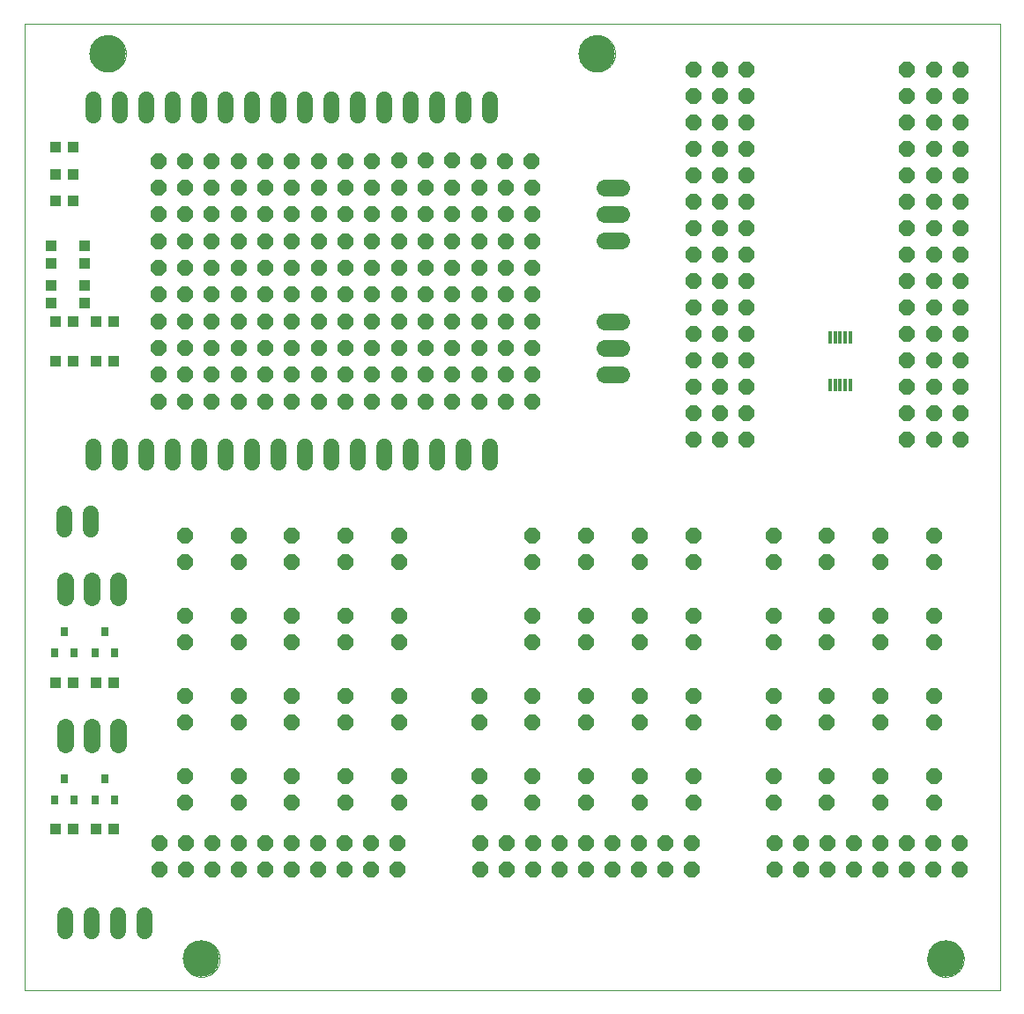
<source format=gbs>
G75*
%MOIN*%
%OFA0B0*%
%FSLAX25Y25*%
%IPPOS*%
%LPD*%
%AMOC8*
5,1,8,0,0,1.08239X$1,22.5*
%
%ADD10C,0.00000*%
%ADD11C,0.13780*%
%ADD12OC8,0.06000*%
%ADD13C,0.06000*%
%ADD14C,0.06496*%
%ADD15R,0.03937X0.04331*%
%ADD16R,0.04331X0.03937*%
%ADD17R,0.03150X0.03543*%
%ADD18R,0.01181X0.04724*%
D10*
X0001347Y0001000D02*
X0001347Y0366551D01*
X0370402Y0366551D01*
X0370402Y0001000D01*
X0001347Y0001000D01*
X0061386Y0012811D02*
X0061388Y0012980D01*
X0061394Y0013149D01*
X0061405Y0013318D01*
X0061419Y0013486D01*
X0061438Y0013654D01*
X0061461Y0013822D01*
X0061487Y0013989D01*
X0061518Y0014155D01*
X0061553Y0014321D01*
X0061592Y0014485D01*
X0061636Y0014649D01*
X0061683Y0014811D01*
X0061734Y0014972D01*
X0061789Y0015132D01*
X0061848Y0015291D01*
X0061910Y0015448D01*
X0061977Y0015603D01*
X0062048Y0015757D01*
X0062122Y0015909D01*
X0062200Y0016059D01*
X0062281Y0016207D01*
X0062366Y0016353D01*
X0062455Y0016497D01*
X0062547Y0016639D01*
X0062643Y0016778D01*
X0062742Y0016915D01*
X0062844Y0017050D01*
X0062950Y0017182D01*
X0063059Y0017311D01*
X0063171Y0017438D01*
X0063286Y0017562D01*
X0063404Y0017683D01*
X0063525Y0017801D01*
X0063649Y0017916D01*
X0063776Y0018028D01*
X0063905Y0018137D01*
X0064037Y0018243D01*
X0064172Y0018345D01*
X0064309Y0018444D01*
X0064448Y0018540D01*
X0064590Y0018632D01*
X0064734Y0018721D01*
X0064880Y0018806D01*
X0065028Y0018887D01*
X0065178Y0018965D01*
X0065330Y0019039D01*
X0065484Y0019110D01*
X0065639Y0019177D01*
X0065796Y0019239D01*
X0065955Y0019298D01*
X0066115Y0019353D01*
X0066276Y0019404D01*
X0066438Y0019451D01*
X0066602Y0019495D01*
X0066766Y0019534D01*
X0066932Y0019569D01*
X0067098Y0019600D01*
X0067265Y0019626D01*
X0067433Y0019649D01*
X0067601Y0019668D01*
X0067769Y0019682D01*
X0067938Y0019693D01*
X0068107Y0019699D01*
X0068276Y0019701D01*
X0068445Y0019699D01*
X0068614Y0019693D01*
X0068783Y0019682D01*
X0068951Y0019668D01*
X0069119Y0019649D01*
X0069287Y0019626D01*
X0069454Y0019600D01*
X0069620Y0019569D01*
X0069786Y0019534D01*
X0069950Y0019495D01*
X0070114Y0019451D01*
X0070276Y0019404D01*
X0070437Y0019353D01*
X0070597Y0019298D01*
X0070756Y0019239D01*
X0070913Y0019177D01*
X0071068Y0019110D01*
X0071222Y0019039D01*
X0071374Y0018965D01*
X0071524Y0018887D01*
X0071672Y0018806D01*
X0071818Y0018721D01*
X0071962Y0018632D01*
X0072104Y0018540D01*
X0072243Y0018444D01*
X0072380Y0018345D01*
X0072515Y0018243D01*
X0072647Y0018137D01*
X0072776Y0018028D01*
X0072903Y0017916D01*
X0073027Y0017801D01*
X0073148Y0017683D01*
X0073266Y0017562D01*
X0073381Y0017438D01*
X0073493Y0017311D01*
X0073602Y0017182D01*
X0073708Y0017050D01*
X0073810Y0016915D01*
X0073909Y0016778D01*
X0074005Y0016639D01*
X0074097Y0016497D01*
X0074186Y0016353D01*
X0074271Y0016207D01*
X0074352Y0016059D01*
X0074430Y0015909D01*
X0074504Y0015757D01*
X0074575Y0015603D01*
X0074642Y0015448D01*
X0074704Y0015291D01*
X0074763Y0015132D01*
X0074818Y0014972D01*
X0074869Y0014811D01*
X0074916Y0014649D01*
X0074960Y0014485D01*
X0074999Y0014321D01*
X0075034Y0014155D01*
X0075065Y0013989D01*
X0075091Y0013822D01*
X0075114Y0013654D01*
X0075133Y0013486D01*
X0075147Y0013318D01*
X0075158Y0013149D01*
X0075164Y0012980D01*
X0075166Y0012811D01*
X0075164Y0012642D01*
X0075158Y0012473D01*
X0075147Y0012304D01*
X0075133Y0012136D01*
X0075114Y0011968D01*
X0075091Y0011800D01*
X0075065Y0011633D01*
X0075034Y0011467D01*
X0074999Y0011301D01*
X0074960Y0011137D01*
X0074916Y0010973D01*
X0074869Y0010811D01*
X0074818Y0010650D01*
X0074763Y0010490D01*
X0074704Y0010331D01*
X0074642Y0010174D01*
X0074575Y0010019D01*
X0074504Y0009865D01*
X0074430Y0009713D01*
X0074352Y0009563D01*
X0074271Y0009415D01*
X0074186Y0009269D01*
X0074097Y0009125D01*
X0074005Y0008983D01*
X0073909Y0008844D01*
X0073810Y0008707D01*
X0073708Y0008572D01*
X0073602Y0008440D01*
X0073493Y0008311D01*
X0073381Y0008184D01*
X0073266Y0008060D01*
X0073148Y0007939D01*
X0073027Y0007821D01*
X0072903Y0007706D01*
X0072776Y0007594D01*
X0072647Y0007485D01*
X0072515Y0007379D01*
X0072380Y0007277D01*
X0072243Y0007178D01*
X0072104Y0007082D01*
X0071962Y0006990D01*
X0071818Y0006901D01*
X0071672Y0006816D01*
X0071524Y0006735D01*
X0071374Y0006657D01*
X0071222Y0006583D01*
X0071068Y0006512D01*
X0070913Y0006445D01*
X0070756Y0006383D01*
X0070597Y0006324D01*
X0070437Y0006269D01*
X0070276Y0006218D01*
X0070114Y0006171D01*
X0069950Y0006127D01*
X0069786Y0006088D01*
X0069620Y0006053D01*
X0069454Y0006022D01*
X0069287Y0005996D01*
X0069119Y0005973D01*
X0068951Y0005954D01*
X0068783Y0005940D01*
X0068614Y0005929D01*
X0068445Y0005923D01*
X0068276Y0005921D01*
X0068107Y0005923D01*
X0067938Y0005929D01*
X0067769Y0005940D01*
X0067601Y0005954D01*
X0067433Y0005973D01*
X0067265Y0005996D01*
X0067098Y0006022D01*
X0066932Y0006053D01*
X0066766Y0006088D01*
X0066602Y0006127D01*
X0066438Y0006171D01*
X0066276Y0006218D01*
X0066115Y0006269D01*
X0065955Y0006324D01*
X0065796Y0006383D01*
X0065639Y0006445D01*
X0065484Y0006512D01*
X0065330Y0006583D01*
X0065178Y0006657D01*
X0065028Y0006735D01*
X0064880Y0006816D01*
X0064734Y0006901D01*
X0064590Y0006990D01*
X0064448Y0007082D01*
X0064309Y0007178D01*
X0064172Y0007277D01*
X0064037Y0007379D01*
X0063905Y0007485D01*
X0063776Y0007594D01*
X0063649Y0007706D01*
X0063525Y0007821D01*
X0063404Y0007939D01*
X0063286Y0008060D01*
X0063171Y0008184D01*
X0063059Y0008311D01*
X0062950Y0008440D01*
X0062844Y0008572D01*
X0062742Y0008707D01*
X0062643Y0008844D01*
X0062547Y0008983D01*
X0062455Y0009125D01*
X0062366Y0009269D01*
X0062281Y0009415D01*
X0062200Y0009563D01*
X0062122Y0009713D01*
X0062048Y0009865D01*
X0061977Y0010019D01*
X0061910Y0010174D01*
X0061848Y0010331D01*
X0061789Y0010490D01*
X0061734Y0010650D01*
X0061683Y0010811D01*
X0061636Y0010973D01*
X0061592Y0011137D01*
X0061553Y0011301D01*
X0061518Y0011467D01*
X0061487Y0011633D01*
X0061461Y0011800D01*
X0061438Y0011968D01*
X0061419Y0012136D01*
X0061405Y0012304D01*
X0061394Y0012473D01*
X0061388Y0012642D01*
X0061386Y0012811D01*
X0342882Y0012811D02*
X0342884Y0012980D01*
X0342890Y0013149D01*
X0342901Y0013318D01*
X0342915Y0013486D01*
X0342934Y0013654D01*
X0342957Y0013822D01*
X0342983Y0013989D01*
X0343014Y0014155D01*
X0343049Y0014321D01*
X0343088Y0014485D01*
X0343132Y0014649D01*
X0343179Y0014811D01*
X0343230Y0014972D01*
X0343285Y0015132D01*
X0343344Y0015291D01*
X0343406Y0015448D01*
X0343473Y0015603D01*
X0343544Y0015757D01*
X0343618Y0015909D01*
X0343696Y0016059D01*
X0343777Y0016207D01*
X0343862Y0016353D01*
X0343951Y0016497D01*
X0344043Y0016639D01*
X0344139Y0016778D01*
X0344238Y0016915D01*
X0344340Y0017050D01*
X0344446Y0017182D01*
X0344555Y0017311D01*
X0344667Y0017438D01*
X0344782Y0017562D01*
X0344900Y0017683D01*
X0345021Y0017801D01*
X0345145Y0017916D01*
X0345272Y0018028D01*
X0345401Y0018137D01*
X0345533Y0018243D01*
X0345668Y0018345D01*
X0345805Y0018444D01*
X0345944Y0018540D01*
X0346086Y0018632D01*
X0346230Y0018721D01*
X0346376Y0018806D01*
X0346524Y0018887D01*
X0346674Y0018965D01*
X0346826Y0019039D01*
X0346980Y0019110D01*
X0347135Y0019177D01*
X0347292Y0019239D01*
X0347451Y0019298D01*
X0347611Y0019353D01*
X0347772Y0019404D01*
X0347934Y0019451D01*
X0348098Y0019495D01*
X0348262Y0019534D01*
X0348428Y0019569D01*
X0348594Y0019600D01*
X0348761Y0019626D01*
X0348929Y0019649D01*
X0349097Y0019668D01*
X0349265Y0019682D01*
X0349434Y0019693D01*
X0349603Y0019699D01*
X0349772Y0019701D01*
X0349941Y0019699D01*
X0350110Y0019693D01*
X0350279Y0019682D01*
X0350447Y0019668D01*
X0350615Y0019649D01*
X0350783Y0019626D01*
X0350950Y0019600D01*
X0351116Y0019569D01*
X0351282Y0019534D01*
X0351446Y0019495D01*
X0351610Y0019451D01*
X0351772Y0019404D01*
X0351933Y0019353D01*
X0352093Y0019298D01*
X0352252Y0019239D01*
X0352409Y0019177D01*
X0352564Y0019110D01*
X0352718Y0019039D01*
X0352870Y0018965D01*
X0353020Y0018887D01*
X0353168Y0018806D01*
X0353314Y0018721D01*
X0353458Y0018632D01*
X0353600Y0018540D01*
X0353739Y0018444D01*
X0353876Y0018345D01*
X0354011Y0018243D01*
X0354143Y0018137D01*
X0354272Y0018028D01*
X0354399Y0017916D01*
X0354523Y0017801D01*
X0354644Y0017683D01*
X0354762Y0017562D01*
X0354877Y0017438D01*
X0354989Y0017311D01*
X0355098Y0017182D01*
X0355204Y0017050D01*
X0355306Y0016915D01*
X0355405Y0016778D01*
X0355501Y0016639D01*
X0355593Y0016497D01*
X0355682Y0016353D01*
X0355767Y0016207D01*
X0355848Y0016059D01*
X0355926Y0015909D01*
X0356000Y0015757D01*
X0356071Y0015603D01*
X0356138Y0015448D01*
X0356200Y0015291D01*
X0356259Y0015132D01*
X0356314Y0014972D01*
X0356365Y0014811D01*
X0356412Y0014649D01*
X0356456Y0014485D01*
X0356495Y0014321D01*
X0356530Y0014155D01*
X0356561Y0013989D01*
X0356587Y0013822D01*
X0356610Y0013654D01*
X0356629Y0013486D01*
X0356643Y0013318D01*
X0356654Y0013149D01*
X0356660Y0012980D01*
X0356662Y0012811D01*
X0356660Y0012642D01*
X0356654Y0012473D01*
X0356643Y0012304D01*
X0356629Y0012136D01*
X0356610Y0011968D01*
X0356587Y0011800D01*
X0356561Y0011633D01*
X0356530Y0011467D01*
X0356495Y0011301D01*
X0356456Y0011137D01*
X0356412Y0010973D01*
X0356365Y0010811D01*
X0356314Y0010650D01*
X0356259Y0010490D01*
X0356200Y0010331D01*
X0356138Y0010174D01*
X0356071Y0010019D01*
X0356000Y0009865D01*
X0355926Y0009713D01*
X0355848Y0009563D01*
X0355767Y0009415D01*
X0355682Y0009269D01*
X0355593Y0009125D01*
X0355501Y0008983D01*
X0355405Y0008844D01*
X0355306Y0008707D01*
X0355204Y0008572D01*
X0355098Y0008440D01*
X0354989Y0008311D01*
X0354877Y0008184D01*
X0354762Y0008060D01*
X0354644Y0007939D01*
X0354523Y0007821D01*
X0354399Y0007706D01*
X0354272Y0007594D01*
X0354143Y0007485D01*
X0354011Y0007379D01*
X0353876Y0007277D01*
X0353739Y0007178D01*
X0353600Y0007082D01*
X0353458Y0006990D01*
X0353314Y0006901D01*
X0353168Y0006816D01*
X0353020Y0006735D01*
X0352870Y0006657D01*
X0352718Y0006583D01*
X0352564Y0006512D01*
X0352409Y0006445D01*
X0352252Y0006383D01*
X0352093Y0006324D01*
X0351933Y0006269D01*
X0351772Y0006218D01*
X0351610Y0006171D01*
X0351446Y0006127D01*
X0351282Y0006088D01*
X0351116Y0006053D01*
X0350950Y0006022D01*
X0350783Y0005996D01*
X0350615Y0005973D01*
X0350447Y0005954D01*
X0350279Y0005940D01*
X0350110Y0005929D01*
X0349941Y0005923D01*
X0349772Y0005921D01*
X0349603Y0005923D01*
X0349434Y0005929D01*
X0349265Y0005940D01*
X0349097Y0005954D01*
X0348929Y0005973D01*
X0348761Y0005996D01*
X0348594Y0006022D01*
X0348428Y0006053D01*
X0348262Y0006088D01*
X0348098Y0006127D01*
X0347934Y0006171D01*
X0347772Y0006218D01*
X0347611Y0006269D01*
X0347451Y0006324D01*
X0347292Y0006383D01*
X0347135Y0006445D01*
X0346980Y0006512D01*
X0346826Y0006583D01*
X0346674Y0006657D01*
X0346524Y0006735D01*
X0346376Y0006816D01*
X0346230Y0006901D01*
X0346086Y0006990D01*
X0345944Y0007082D01*
X0345805Y0007178D01*
X0345668Y0007277D01*
X0345533Y0007379D01*
X0345401Y0007485D01*
X0345272Y0007594D01*
X0345145Y0007706D01*
X0345021Y0007821D01*
X0344900Y0007939D01*
X0344782Y0008060D01*
X0344667Y0008184D01*
X0344555Y0008311D01*
X0344446Y0008440D01*
X0344340Y0008572D01*
X0344238Y0008707D01*
X0344139Y0008844D01*
X0344043Y0008983D01*
X0343951Y0009125D01*
X0343862Y0009269D01*
X0343777Y0009415D01*
X0343696Y0009563D01*
X0343618Y0009713D01*
X0343544Y0009865D01*
X0343473Y0010019D01*
X0343406Y0010174D01*
X0343344Y0010331D01*
X0343285Y0010490D01*
X0343230Y0010650D01*
X0343179Y0010811D01*
X0343132Y0010973D01*
X0343088Y0011137D01*
X0343049Y0011301D01*
X0343014Y0011467D01*
X0342983Y0011633D01*
X0342957Y0011800D01*
X0342934Y0011968D01*
X0342915Y0012136D01*
X0342901Y0012304D01*
X0342890Y0012473D01*
X0342884Y0012642D01*
X0342882Y0012811D01*
X0210993Y0355331D02*
X0210995Y0355500D01*
X0211001Y0355669D01*
X0211012Y0355838D01*
X0211026Y0356006D01*
X0211045Y0356174D01*
X0211068Y0356342D01*
X0211094Y0356509D01*
X0211125Y0356675D01*
X0211160Y0356841D01*
X0211199Y0357005D01*
X0211243Y0357169D01*
X0211290Y0357331D01*
X0211341Y0357492D01*
X0211396Y0357652D01*
X0211455Y0357811D01*
X0211517Y0357968D01*
X0211584Y0358123D01*
X0211655Y0358277D01*
X0211729Y0358429D01*
X0211807Y0358579D01*
X0211888Y0358727D01*
X0211973Y0358873D01*
X0212062Y0359017D01*
X0212154Y0359159D01*
X0212250Y0359298D01*
X0212349Y0359435D01*
X0212451Y0359570D01*
X0212557Y0359702D01*
X0212666Y0359831D01*
X0212778Y0359958D01*
X0212893Y0360082D01*
X0213011Y0360203D01*
X0213132Y0360321D01*
X0213256Y0360436D01*
X0213383Y0360548D01*
X0213512Y0360657D01*
X0213644Y0360763D01*
X0213779Y0360865D01*
X0213916Y0360964D01*
X0214055Y0361060D01*
X0214197Y0361152D01*
X0214341Y0361241D01*
X0214487Y0361326D01*
X0214635Y0361407D01*
X0214785Y0361485D01*
X0214937Y0361559D01*
X0215091Y0361630D01*
X0215246Y0361697D01*
X0215403Y0361759D01*
X0215562Y0361818D01*
X0215722Y0361873D01*
X0215883Y0361924D01*
X0216045Y0361971D01*
X0216209Y0362015D01*
X0216373Y0362054D01*
X0216539Y0362089D01*
X0216705Y0362120D01*
X0216872Y0362146D01*
X0217040Y0362169D01*
X0217208Y0362188D01*
X0217376Y0362202D01*
X0217545Y0362213D01*
X0217714Y0362219D01*
X0217883Y0362221D01*
X0218052Y0362219D01*
X0218221Y0362213D01*
X0218390Y0362202D01*
X0218558Y0362188D01*
X0218726Y0362169D01*
X0218894Y0362146D01*
X0219061Y0362120D01*
X0219227Y0362089D01*
X0219393Y0362054D01*
X0219557Y0362015D01*
X0219721Y0361971D01*
X0219883Y0361924D01*
X0220044Y0361873D01*
X0220204Y0361818D01*
X0220363Y0361759D01*
X0220520Y0361697D01*
X0220675Y0361630D01*
X0220829Y0361559D01*
X0220981Y0361485D01*
X0221131Y0361407D01*
X0221279Y0361326D01*
X0221425Y0361241D01*
X0221569Y0361152D01*
X0221711Y0361060D01*
X0221850Y0360964D01*
X0221987Y0360865D01*
X0222122Y0360763D01*
X0222254Y0360657D01*
X0222383Y0360548D01*
X0222510Y0360436D01*
X0222634Y0360321D01*
X0222755Y0360203D01*
X0222873Y0360082D01*
X0222988Y0359958D01*
X0223100Y0359831D01*
X0223209Y0359702D01*
X0223315Y0359570D01*
X0223417Y0359435D01*
X0223516Y0359298D01*
X0223612Y0359159D01*
X0223704Y0359017D01*
X0223793Y0358873D01*
X0223878Y0358727D01*
X0223959Y0358579D01*
X0224037Y0358429D01*
X0224111Y0358277D01*
X0224182Y0358123D01*
X0224249Y0357968D01*
X0224311Y0357811D01*
X0224370Y0357652D01*
X0224425Y0357492D01*
X0224476Y0357331D01*
X0224523Y0357169D01*
X0224567Y0357005D01*
X0224606Y0356841D01*
X0224641Y0356675D01*
X0224672Y0356509D01*
X0224698Y0356342D01*
X0224721Y0356174D01*
X0224740Y0356006D01*
X0224754Y0355838D01*
X0224765Y0355669D01*
X0224771Y0355500D01*
X0224773Y0355331D01*
X0224771Y0355162D01*
X0224765Y0354993D01*
X0224754Y0354824D01*
X0224740Y0354656D01*
X0224721Y0354488D01*
X0224698Y0354320D01*
X0224672Y0354153D01*
X0224641Y0353987D01*
X0224606Y0353821D01*
X0224567Y0353657D01*
X0224523Y0353493D01*
X0224476Y0353331D01*
X0224425Y0353170D01*
X0224370Y0353010D01*
X0224311Y0352851D01*
X0224249Y0352694D01*
X0224182Y0352539D01*
X0224111Y0352385D01*
X0224037Y0352233D01*
X0223959Y0352083D01*
X0223878Y0351935D01*
X0223793Y0351789D01*
X0223704Y0351645D01*
X0223612Y0351503D01*
X0223516Y0351364D01*
X0223417Y0351227D01*
X0223315Y0351092D01*
X0223209Y0350960D01*
X0223100Y0350831D01*
X0222988Y0350704D01*
X0222873Y0350580D01*
X0222755Y0350459D01*
X0222634Y0350341D01*
X0222510Y0350226D01*
X0222383Y0350114D01*
X0222254Y0350005D01*
X0222122Y0349899D01*
X0221987Y0349797D01*
X0221850Y0349698D01*
X0221711Y0349602D01*
X0221569Y0349510D01*
X0221425Y0349421D01*
X0221279Y0349336D01*
X0221131Y0349255D01*
X0220981Y0349177D01*
X0220829Y0349103D01*
X0220675Y0349032D01*
X0220520Y0348965D01*
X0220363Y0348903D01*
X0220204Y0348844D01*
X0220044Y0348789D01*
X0219883Y0348738D01*
X0219721Y0348691D01*
X0219557Y0348647D01*
X0219393Y0348608D01*
X0219227Y0348573D01*
X0219061Y0348542D01*
X0218894Y0348516D01*
X0218726Y0348493D01*
X0218558Y0348474D01*
X0218390Y0348460D01*
X0218221Y0348449D01*
X0218052Y0348443D01*
X0217883Y0348441D01*
X0217714Y0348443D01*
X0217545Y0348449D01*
X0217376Y0348460D01*
X0217208Y0348474D01*
X0217040Y0348493D01*
X0216872Y0348516D01*
X0216705Y0348542D01*
X0216539Y0348573D01*
X0216373Y0348608D01*
X0216209Y0348647D01*
X0216045Y0348691D01*
X0215883Y0348738D01*
X0215722Y0348789D01*
X0215562Y0348844D01*
X0215403Y0348903D01*
X0215246Y0348965D01*
X0215091Y0349032D01*
X0214937Y0349103D01*
X0214785Y0349177D01*
X0214635Y0349255D01*
X0214487Y0349336D01*
X0214341Y0349421D01*
X0214197Y0349510D01*
X0214055Y0349602D01*
X0213916Y0349698D01*
X0213779Y0349797D01*
X0213644Y0349899D01*
X0213512Y0350005D01*
X0213383Y0350114D01*
X0213256Y0350226D01*
X0213132Y0350341D01*
X0213011Y0350459D01*
X0212893Y0350580D01*
X0212778Y0350704D01*
X0212666Y0350831D01*
X0212557Y0350960D01*
X0212451Y0351092D01*
X0212349Y0351227D01*
X0212250Y0351364D01*
X0212154Y0351503D01*
X0212062Y0351645D01*
X0211973Y0351789D01*
X0211888Y0351935D01*
X0211807Y0352083D01*
X0211729Y0352233D01*
X0211655Y0352385D01*
X0211584Y0352539D01*
X0211517Y0352694D01*
X0211455Y0352851D01*
X0211396Y0353010D01*
X0211341Y0353170D01*
X0211290Y0353331D01*
X0211243Y0353493D01*
X0211199Y0353657D01*
X0211160Y0353821D01*
X0211125Y0353987D01*
X0211094Y0354153D01*
X0211068Y0354320D01*
X0211045Y0354488D01*
X0211026Y0354656D01*
X0211012Y0354824D01*
X0211001Y0354993D01*
X0210995Y0355162D01*
X0210993Y0355331D01*
X0025953Y0355331D02*
X0025955Y0355500D01*
X0025961Y0355669D01*
X0025972Y0355838D01*
X0025986Y0356006D01*
X0026005Y0356174D01*
X0026028Y0356342D01*
X0026054Y0356509D01*
X0026085Y0356675D01*
X0026120Y0356841D01*
X0026159Y0357005D01*
X0026203Y0357169D01*
X0026250Y0357331D01*
X0026301Y0357492D01*
X0026356Y0357652D01*
X0026415Y0357811D01*
X0026477Y0357968D01*
X0026544Y0358123D01*
X0026615Y0358277D01*
X0026689Y0358429D01*
X0026767Y0358579D01*
X0026848Y0358727D01*
X0026933Y0358873D01*
X0027022Y0359017D01*
X0027114Y0359159D01*
X0027210Y0359298D01*
X0027309Y0359435D01*
X0027411Y0359570D01*
X0027517Y0359702D01*
X0027626Y0359831D01*
X0027738Y0359958D01*
X0027853Y0360082D01*
X0027971Y0360203D01*
X0028092Y0360321D01*
X0028216Y0360436D01*
X0028343Y0360548D01*
X0028472Y0360657D01*
X0028604Y0360763D01*
X0028739Y0360865D01*
X0028876Y0360964D01*
X0029015Y0361060D01*
X0029157Y0361152D01*
X0029301Y0361241D01*
X0029447Y0361326D01*
X0029595Y0361407D01*
X0029745Y0361485D01*
X0029897Y0361559D01*
X0030051Y0361630D01*
X0030206Y0361697D01*
X0030363Y0361759D01*
X0030522Y0361818D01*
X0030682Y0361873D01*
X0030843Y0361924D01*
X0031005Y0361971D01*
X0031169Y0362015D01*
X0031333Y0362054D01*
X0031499Y0362089D01*
X0031665Y0362120D01*
X0031832Y0362146D01*
X0032000Y0362169D01*
X0032168Y0362188D01*
X0032336Y0362202D01*
X0032505Y0362213D01*
X0032674Y0362219D01*
X0032843Y0362221D01*
X0033012Y0362219D01*
X0033181Y0362213D01*
X0033350Y0362202D01*
X0033518Y0362188D01*
X0033686Y0362169D01*
X0033854Y0362146D01*
X0034021Y0362120D01*
X0034187Y0362089D01*
X0034353Y0362054D01*
X0034517Y0362015D01*
X0034681Y0361971D01*
X0034843Y0361924D01*
X0035004Y0361873D01*
X0035164Y0361818D01*
X0035323Y0361759D01*
X0035480Y0361697D01*
X0035635Y0361630D01*
X0035789Y0361559D01*
X0035941Y0361485D01*
X0036091Y0361407D01*
X0036239Y0361326D01*
X0036385Y0361241D01*
X0036529Y0361152D01*
X0036671Y0361060D01*
X0036810Y0360964D01*
X0036947Y0360865D01*
X0037082Y0360763D01*
X0037214Y0360657D01*
X0037343Y0360548D01*
X0037470Y0360436D01*
X0037594Y0360321D01*
X0037715Y0360203D01*
X0037833Y0360082D01*
X0037948Y0359958D01*
X0038060Y0359831D01*
X0038169Y0359702D01*
X0038275Y0359570D01*
X0038377Y0359435D01*
X0038476Y0359298D01*
X0038572Y0359159D01*
X0038664Y0359017D01*
X0038753Y0358873D01*
X0038838Y0358727D01*
X0038919Y0358579D01*
X0038997Y0358429D01*
X0039071Y0358277D01*
X0039142Y0358123D01*
X0039209Y0357968D01*
X0039271Y0357811D01*
X0039330Y0357652D01*
X0039385Y0357492D01*
X0039436Y0357331D01*
X0039483Y0357169D01*
X0039527Y0357005D01*
X0039566Y0356841D01*
X0039601Y0356675D01*
X0039632Y0356509D01*
X0039658Y0356342D01*
X0039681Y0356174D01*
X0039700Y0356006D01*
X0039714Y0355838D01*
X0039725Y0355669D01*
X0039731Y0355500D01*
X0039733Y0355331D01*
X0039731Y0355162D01*
X0039725Y0354993D01*
X0039714Y0354824D01*
X0039700Y0354656D01*
X0039681Y0354488D01*
X0039658Y0354320D01*
X0039632Y0354153D01*
X0039601Y0353987D01*
X0039566Y0353821D01*
X0039527Y0353657D01*
X0039483Y0353493D01*
X0039436Y0353331D01*
X0039385Y0353170D01*
X0039330Y0353010D01*
X0039271Y0352851D01*
X0039209Y0352694D01*
X0039142Y0352539D01*
X0039071Y0352385D01*
X0038997Y0352233D01*
X0038919Y0352083D01*
X0038838Y0351935D01*
X0038753Y0351789D01*
X0038664Y0351645D01*
X0038572Y0351503D01*
X0038476Y0351364D01*
X0038377Y0351227D01*
X0038275Y0351092D01*
X0038169Y0350960D01*
X0038060Y0350831D01*
X0037948Y0350704D01*
X0037833Y0350580D01*
X0037715Y0350459D01*
X0037594Y0350341D01*
X0037470Y0350226D01*
X0037343Y0350114D01*
X0037214Y0350005D01*
X0037082Y0349899D01*
X0036947Y0349797D01*
X0036810Y0349698D01*
X0036671Y0349602D01*
X0036529Y0349510D01*
X0036385Y0349421D01*
X0036239Y0349336D01*
X0036091Y0349255D01*
X0035941Y0349177D01*
X0035789Y0349103D01*
X0035635Y0349032D01*
X0035480Y0348965D01*
X0035323Y0348903D01*
X0035164Y0348844D01*
X0035004Y0348789D01*
X0034843Y0348738D01*
X0034681Y0348691D01*
X0034517Y0348647D01*
X0034353Y0348608D01*
X0034187Y0348573D01*
X0034021Y0348542D01*
X0033854Y0348516D01*
X0033686Y0348493D01*
X0033518Y0348474D01*
X0033350Y0348460D01*
X0033181Y0348449D01*
X0033012Y0348443D01*
X0032843Y0348441D01*
X0032674Y0348443D01*
X0032505Y0348449D01*
X0032336Y0348460D01*
X0032168Y0348474D01*
X0032000Y0348493D01*
X0031832Y0348516D01*
X0031665Y0348542D01*
X0031499Y0348573D01*
X0031333Y0348608D01*
X0031169Y0348647D01*
X0031005Y0348691D01*
X0030843Y0348738D01*
X0030682Y0348789D01*
X0030522Y0348844D01*
X0030363Y0348903D01*
X0030206Y0348965D01*
X0030051Y0349032D01*
X0029897Y0349103D01*
X0029745Y0349177D01*
X0029595Y0349255D01*
X0029447Y0349336D01*
X0029301Y0349421D01*
X0029157Y0349510D01*
X0029015Y0349602D01*
X0028876Y0349698D01*
X0028739Y0349797D01*
X0028604Y0349899D01*
X0028472Y0350005D01*
X0028343Y0350114D01*
X0028216Y0350226D01*
X0028092Y0350341D01*
X0027971Y0350459D01*
X0027853Y0350580D01*
X0027738Y0350704D01*
X0027626Y0350831D01*
X0027517Y0350960D01*
X0027411Y0351092D01*
X0027309Y0351227D01*
X0027210Y0351364D01*
X0027114Y0351503D01*
X0027022Y0351645D01*
X0026933Y0351789D01*
X0026848Y0351935D01*
X0026767Y0352083D01*
X0026689Y0352233D01*
X0026615Y0352385D01*
X0026544Y0352539D01*
X0026477Y0352694D01*
X0026415Y0352851D01*
X0026356Y0353010D01*
X0026301Y0353170D01*
X0026250Y0353331D01*
X0026203Y0353493D01*
X0026159Y0353657D01*
X0026120Y0353821D01*
X0026085Y0353987D01*
X0026054Y0354153D01*
X0026028Y0354320D01*
X0026005Y0354488D01*
X0025986Y0354656D01*
X0025972Y0354824D01*
X0025961Y0354993D01*
X0025955Y0355162D01*
X0025953Y0355331D01*
D11*
X0032843Y0355331D03*
X0217883Y0355331D03*
X0349772Y0012811D03*
X0068276Y0012811D03*
D12*
X0072469Y0046591D03*
X0072469Y0056591D03*
X0062469Y0056591D03*
X0052469Y0056591D03*
X0052469Y0046591D03*
X0062469Y0046591D03*
X0082469Y0046591D03*
X0092469Y0046591D03*
X0092469Y0056591D03*
X0082469Y0056591D03*
X0082292Y0071827D03*
X0082292Y0081945D03*
X0082292Y0102181D03*
X0082292Y0112299D03*
X0102528Y0112299D03*
X0102528Y0102181D03*
X0102528Y0081945D03*
X0102528Y0071827D03*
X0102469Y0056591D03*
X0112469Y0056591D03*
X0122469Y0056591D03*
X0132469Y0056591D03*
X0142469Y0056591D03*
X0142469Y0046591D03*
X0132469Y0046591D03*
X0122469Y0046591D03*
X0112469Y0046591D03*
X0102469Y0046591D03*
X0122764Y0071827D03*
X0122764Y0081945D03*
X0122764Y0102181D03*
X0122764Y0112299D03*
X0143001Y0112299D03*
X0143001Y0102181D03*
X0143001Y0081945D03*
X0143001Y0071827D03*
X0173355Y0071827D03*
X0173355Y0081945D03*
X0173355Y0102181D03*
X0173355Y0112299D03*
X0193591Y0112299D03*
X0193591Y0102181D03*
X0193591Y0081945D03*
X0193591Y0071827D03*
X0193827Y0056591D03*
X0203827Y0056591D03*
X0203827Y0046591D03*
X0193827Y0046591D03*
X0183827Y0046591D03*
X0173827Y0046591D03*
X0173827Y0056591D03*
X0183827Y0056591D03*
X0213827Y0056591D03*
X0213827Y0046591D03*
X0223827Y0046591D03*
X0233827Y0046591D03*
X0233827Y0056591D03*
X0223827Y0056591D03*
X0213827Y0071827D03*
X0213827Y0081945D03*
X0213827Y0102181D03*
X0213827Y0112299D03*
X0213827Y0132535D03*
X0213827Y0142654D03*
X0193591Y0142654D03*
X0193591Y0132535D03*
X0193591Y0162890D03*
X0193591Y0173008D03*
X0213827Y0173008D03*
X0213827Y0162890D03*
X0234064Y0162890D03*
X0234064Y0173008D03*
X0254300Y0173008D03*
X0254300Y0162890D03*
X0254300Y0142654D03*
X0254300Y0132535D03*
X0234064Y0132535D03*
X0234064Y0142654D03*
X0234064Y0112299D03*
X0234064Y0102181D03*
X0254300Y0102181D03*
X0254300Y0112299D03*
X0254300Y0081945D03*
X0254300Y0071827D03*
X0253827Y0056591D03*
X0243827Y0056591D03*
X0243827Y0046591D03*
X0253827Y0046591D03*
X0234064Y0071827D03*
X0234064Y0081945D03*
X0284654Y0081945D03*
X0284654Y0071827D03*
X0285068Y0056591D03*
X0295068Y0056591D03*
X0305068Y0056591D03*
X0315068Y0056591D03*
X0325068Y0056591D03*
X0335068Y0056591D03*
X0345068Y0056591D03*
X0355068Y0056591D03*
X0355068Y0046591D03*
X0345068Y0046591D03*
X0335068Y0046591D03*
X0325068Y0046591D03*
X0315068Y0046591D03*
X0305068Y0046591D03*
X0295068Y0046591D03*
X0285068Y0046591D03*
X0304890Y0071827D03*
X0304890Y0081945D03*
X0304890Y0102181D03*
X0304890Y0112299D03*
X0325127Y0112299D03*
X0325127Y0102181D03*
X0345363Y0102181D03*
X0345363Y0112299D03*
X0345363Y0132535D03*
X0345363Y0142654D03*
X0325127Y0142654D03*
X0325127Y0132535D03*
X0304890Y0132535D03*
X0304890Y0142654D03*
X0284654Y0142654D03*
X0284654Y0132535D03*
X0284654Y0112299D03*
X0284654Y0102181D03*
X0325127Y0081945D03*
X0325127Y0071827D03*
X0345363Y0071827D03*
X0345363Y0081945D03*
X0345363Y0162890D03*
X0345363Y0173008D03*
X0325127Y0173008D03*
X0325127Y0162890D03*
X0304890Y0162890D03*
X0304890Y0173008D03*
X0284654Y0173008D03*
X0284654Y0162890D03*
X0274536Y0209248D03*
X0264418Y0209248D03*
X0264418Y0219248D03*
X0274536Y0219248D03*
X0274536Y0229248D03*
X0264418Y0229248D03*
X0264418Y0239248D03*
X0264418Y0249248D03*
X0274536Y0249248D03*
X0274536Y0239248D03*
X0274536Y0259248D03*
X0264418Y0259248D03*
X0264418Y0269248D03*
X0264418Y0279248D03*
X0274536Y0279248D03*
X0274536Y0269248D03*
X0274536Y0289248D03*
X0264418Y0289248D03*
X0264418Y0299248D03*
X0274536Y0299248D03*
X0274536Y0309248D03*
X0274536Y0319248D03*
X0264418Y0319248D03*
X0264418Y0309248D03*
X0254300Y0309248D03*
X0254300Y0319248D03*
X0254300Y0329248D03*
X0254300Y0339248D03*
X0254300Y0349248D03*
X0264418Y0349248D03*
X0274536Y0349248D03*
X0274536Y0339248D03*
X0264418Y0339248D03*
X0264418Y0329248D03*
X0274536Y0329248D03*
X0254300Y0299248D03*
X0254300Y0289248D03*
X0254300Y0279248D03*
X0254300Y0269248D03*
X0254300Y0259248D03*
X0254300Y0249248D03*
X0254300Y0239248D03*
X0254300Y0229248D03*
X0254300Y0219248D03*
X0254300Y0209248D03*
X0193473Y0223598D03*
X0183473Y0223598D03*
X0173473Y0223598D03*
X0173473Y0233717D03*
X0183473Y0233717D03*
X0193473Y0233717D03*
X0193473Y0243835D03*
X0183473Y0243835D03*
X0173473Y0243835D03*
X0173473Y0253953D03*
X0173473Y0264071D03*
X0183473Y0264071D03*
X0183473Y0253953D03*
X0193473Y0253953D03*
X0193473Y0264071D03*
X0193473Y0274189D03*
X0183473Y0274189D03*
X0173473Y0274189D03*
X0173473Y0284307D03*
X0183473Y0284307D03*
X0193473Y0284307D03*
X0193473Y0294425D03*
X0193473Y0304543D03*
X0183473Y0304543D03*
X0183473Y0294425D03*
X0173473Y0294425D03*
X0173473Y0304543D03*
X0173178Y0314598D03*
X0183178Y0314598D03*
X0193178Y0314598D03*
X0163178Y0314807D03*
X0153178Y0314807D03*
X0143178Y0314807D03*
X0143119Y0304543D03*
X0143119Y0294425D03*
X0153119Y0294425D03*
X0163119Y0294425D03*
X0163119Y0304543D03*
X0153119Y0304543D03*
X0153119Y0284307D03*
X0163119Y0284307D03*
X0163119Y0274189D03*
X0153119Y0274189D03*
X0143119Y0274189D03*
X0143119Y0284307D03*
X0132764Y0284307D03*
X0122764Y0284307D03*
X0112764Y0284307D03*
X0112764Y0274189D03*
X0122764Y0274189D03*
X0132764Y0274189D03*
X0132764Y0264071D03*
X0122764Y0264071D03*
X0122764Y0253953D03*
X0132764Y0253953D03*
X0132764Y0243835D03*
X0122764Y0243835D03*
X0112764Y0243835D03*
X0112764Y0253953D03*
X0112764Y0264071D03*
X0102410Y0264071D03*
X0102410Y0253953D03*
X0092410Y0253953D03*
X0082410Y0253953D03*
X0082410Y0264071D03*
X0092410Y0264071D03*
X0092410Y0274189D03*
X0082410Y0274189D03*
X0082410Y0284307D03*
X0092410Y0284307D03*
X0102410Y0284307D03*
X0102410Y0274189D03*
X0102410Y0294425D03*
X0102410Y0304543D03*
X0092410Y0304543D03*
X0082410Y0304543D03*
X0082410Y0294425D03*
X0092410Y0294425D03*
X0092410Y0314661D03*
X0082410Y0314661D03*
X0072056Y0314661D03*
X0062056Y0314661D03*
X0052056Y0314661D03*
X0052056Y0304543D03*
X0062056Y0304543D03*
X0062056Y0294425D03*
X0052056Y0294425D03*
X0052056Y0284307D03*
X0062056Y0284307D03*
X0072056Y0284307D03*
X0072056Y0274189D03*
X0062056Y0274189D03*
X0052056Y0274189D03*
X0052056Y0264071D03*
X0062056Y0264071D03*
X0062056Y0253953D03*
X0052056Y0253953D03*
X0052056Y0243835D03*
X0062056Y0243835D03*
X0072056Y0243835D03*
X0072056Y0253953D03*
X0072056Y0264071D03*
X0082410Y0243835D03*
X0092410Y0243835D03*
X0102410Y0243835D03*
X0102410Y0233717D03*
X0092410Y0233717D03*
X0082410Y0233717D03*
X0082410Y0223598D03*
X0092410Y0223598D03*
X0102410Y0223598D03*
X0112764Y0223598D03*
X0122764Y0223598D03*
X0132764Y0223598D03*
X0132764Y0233717D03*
X0122764Y0233717D03*
X0112764Y0233717D03*
X0143119Y0233717D03*
X0153119Y0233717D03*
X0163119Y0233717D03*
X0163119Y0243835D03*
X0153119Y0243835D03*
X0143119Y0243835D03*
X0143119Y0253953D03*
X0143119Y0264071D03*
X0153119Y0264071D03*
X0163119Y0264071D03*
X0163119Y0253953D03*
X0153119Y0253953D03*
X0153119Y0223598D03*
X0163119Y0223598D03*
X0143119Y0223598D03*
X0143001Y0173008D03*
X0143001Y0162890D03*
X0122764Y0162890D03*
X0122764Y0173008D03*
X0102528Y0173008D03*
X0102528Y0162890D03*
X0082292Y0162890D03*
X0082292Y0173008D03*
X0062056Y0173008D03*
X0062056Y0162890D03*
X0062056Y0142654D03*
X0062056Y0132535D03*
X0062056Y0112299D03*
X0062056Y0102181D03*
X0062056Y0081945D03*
X0062056Y0071827D03*
X0082292Y0132535D03*
X0082292Y0142654D03*
X0102528Y0142654D03*
X0102528Y0132535D03*
X0122764Y0132535D03*
X0122764Y0142654D03*
X0143001Y0142654D03*
X0143001Y0132535D03*
X0072056Y0223598D03*
X0062056Y0223598D03*
X0052056Y0223598D03*
X0052056Y0233717D03*
X0062056Y0233717D03*
X0072056Y0233717D03*
X0072056Y0294425D03*
X0072056Y0304543D03*
X0102410Y0314661D03*
X0112764Y0314661D03*
X0122764Y0314661D03*
X0132764Y0314661D03*
X0132764Y0304543D03*
X0122764Y0304543D03*
X0122764Y0294425D03*
X0132764Y0294425D03*
X0112764Y0294425D03*
X0112764Y0304543D03*
X0335245Y0309248D03*
X0335245Y0319248D03*
X0345363Y0319248D03*
X0345363Y0309248D03*
X0345363Y0299248D03*
X0335245Y0299248D03*
X0335245Y0289248D03*
X0345363Y0289248D03*
X0345363Y0279248D03*
X0345363Y0269248D03*
X0335245Y0269248D03*
X0335245Y0279248D03*
X0335245Y0259248D03*
X0345363Y0259248D03*
X0345363Y0249248D03*
X0345363Y0239248D03*
X0335245Y0239248D03*
X0335245Y0249248D03*
X0335245Y0229248D03*
X0345363Y0229248D03*
X0345363Y0219248D03*
X0335245Y0219248D03*
X0335245Y0209248D03*
X0345363Y0209248D03*
X0355481Y0209248D03*
X0355481Y0219248D03*
X0355481Y0229248D03*
X0355481Y0239248D03*
X0355481Y0249248D03*
X0355481Y0259248D03*
X0355481Y0269248D03*
X0355481Y0279248D03*
X0355481Y0289248D03*
X0355481Y0299248D03*
X0355481Y0309248D03*
X0355481Y0319248D03*
X0355481Y0329248D03*
X0355481Y0339248D03*
X0355481Y0349248D03*
X0345363Y0349248D03*
X0335245Y0349248D03*
X0335245Y0339248D03*
X0345363Y0339248D03*
X0345363Y0329248D03*
X0335245Y0329248D03*
D13*
X0177528Y0331898D02*
X0177528Y0337898D01*
X0167528Y0337898D02*
X0167528Y0331898D01*
X0157528Y0331898D02*
X0157528Y0337898D01*
X0147528Y0337898D02*
X0147528Y0331898D01*
X0137528Y0331898D02*
X0137528Y0337898D01*
X0127528Y0337898D02*
X0127528Y0331898D01*
X0117528Y0331898D02*
X0117528Y0337898D01*
X0107528Y0337898D02*
X0107528Y0331898D01*
X0097528Y0331898D02*
X0097528Y0337898D01*
X0087528Y0337898D02*
X0087528Y0331898D01*
X0077528Y0331898D02*
X0077528Y0337898D01*
X0067528Y0337898D02*
X0067528Y0331898D01*
X0057528Y0331898D02*
X0057528Y0337898D01*
X0047528Y0337898D02*
X0047528Y0331898D01*
X0037528Y0331898D02*
X0037528Y0337898D01*
X0027528Y0337898D02*
X0027528Y0331898D01*
X0027528Y0206362D02*
X0027528Y0200362D01*
X0037528Y0200362D02*
X0037528Y0206362D01*
X0047528Y0206362D02*
X0047528Y0200362D01*
X0057528Y0200362D02*
X0057528Y0206362D01*
X0067528Y0206362D02*
X0067528Y0200362D01*
X0077528Y0200362D02*
X0077528Y0206362D01*
X0087528Y0206362D02*
X0087528Y0200362D01*
X0097528Y0200362D02*
X0097528Y0206362D01*
X0107528Y0206362D02*
X0107528Y0200362D01*
X0117528Y0200362D02*
X0117528Y0206362D01*
X0127528Y0206362D02*
X0127528Y0200362D01*
X0137528Y0200362D02*
X0137528Y0206362D01*
X0147528Y0206362D02*
X0147528Y0200362D01*
X0157528Y0200362D02*
X0157528Y0206362D01*
X0167528Y0206362D02*
X0167528Y0200362D01*
X0177528Y0200362D02*
X0177528Y0206362D01*
X0026583Y0181067D02*
X0026583Y0175067D01*
X0016583Y0175067D02*
X0016583Y0181067D01*
X0016701Y0029295D02*
X0016701Y0023295D01*
X0026701Y0023295D02*
X0026701Y0029295D01*
X0036701Y0029295D02*
X0036701Y0023295D01*
X0046701Y0023295D02*
X0046701Y0029295D01*
D14*
X0036642Y0093874D02*
X0036642Y0100370D01*
X0026642Y0100370D02*
X0026642Y0093874D01*
X0016642Y0093874D02*
X0016642Y0100370D01*
X0016642Y0149524D02*
X0016642Y0156020D01*
X0026642Y0156020D02*
X0026642Y0149524D01*
X0036642Y0149524D02*
X0036642Y0156020D01*
X0220698Y0233835D02*
X0227194Y0233835D01*
X0227194Y0243835D02*
X0220698Y0243835D01*
X0220698Y0253835D02*
X0227194Y0253835D01*
X0227194Y0284425D02*
X0220698Y0284425D01*
X0220698Y0294425D02*
X0227194Y0294425D01*
X0227194Y0304425D02*
X0220698Y0304425D01*
D15*
X0035048Y0253953D03*
X0028355Y0253953D03*
X0019871Y0253953D03*
X0013178Y0253953D03*
X0013178Y0238776D03*
X0019871Y0238776D03*
X0028355Y0238776D03*
X0035048Y0238776D03*
X0019871Y0299484D03*
X0013178Y0299484D03*
X0013178Y0309602D03*
X0019871Y0309602D03*
X0019871Y0319720D03*
X0013178Y0319720D03*
X0013178Y0117358D03*
X0019871Y0117358D03*
X0028355Y0117358D03*
X0035048Y0117358D03*
X0035048Y0061709D03*
X0028355Y0061709D03*
X0019871Y0061709D03*
X0013178Y0061709D03*
D16*
X0011465Y0260724D03*
X0011465Y0267417D03*
X0011465Y0275902D03*
X0011465Y0282594D03*
X0024113Y0282594D03*
X0024113Y0275902D03*
X0024113Y0267417D03*
X0024113Y0260724D03*
D17*
X0031701Y0136472D03*
X0027961Y0128598D03*
X0035442Y0128598D03*
X0020264Y0128598D03*
X0012784Y0128598D03*
X0016524Y0136472D03*
X0016524Y0080823D03*
X0012784Y0072949D03*
X0020264Y0072949D03*
X0027961Y0072949D03*
X0035442Y0072949D03*
X0031701Y0080823D03*
D18*
X0306013Y0229720D03*
X0307981Y0229720D03*
X0309950Y0229720D03*
X0311918Y0229720D03*
X0313887Y0229720D03*
X0313887Y0247831D03*
X0311918Y0247831D03*
X0309950Y0247831D03*
X0307981Y0247831D03*
X0306013Y0247831D03*
M02*

</source>
